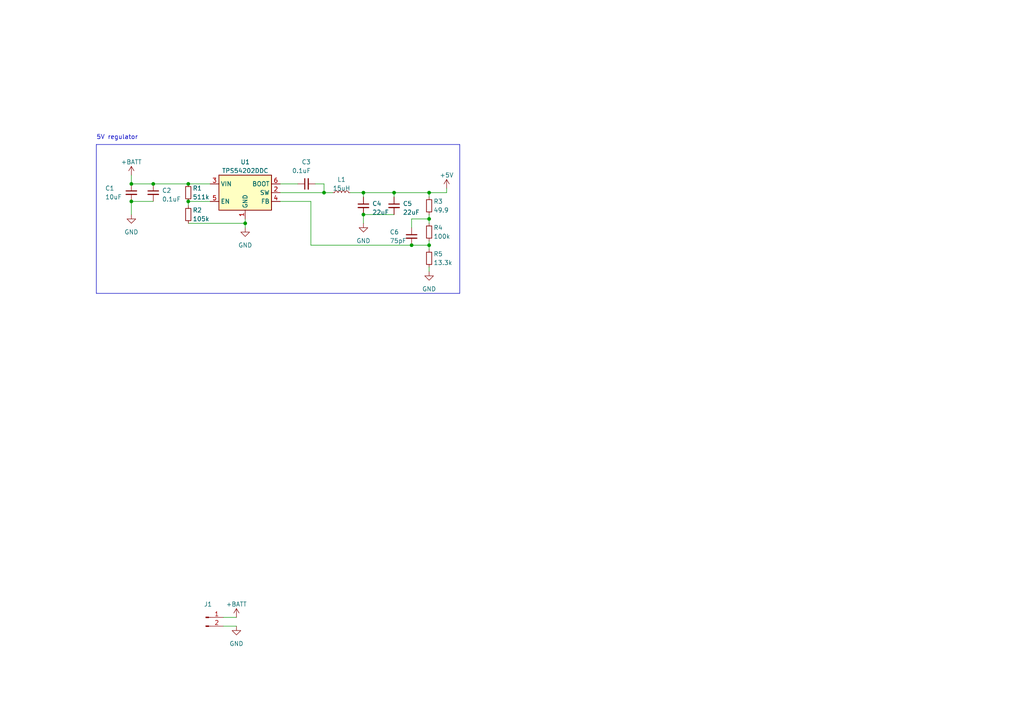
<source format=kicad_sch>
(kicad_sch (version 20230121) (generator eeschema)
  (paper "A4")
  (lib_symbols
    (symbol "Connector:Conn_01x02_Pin" (pin_names (offset 1.016) hide)
      (property "Reference" "J" (at 0 2.54 0))
      (property "Value" "Conn_01x02_Pin" (at 0 -5.08 0))
      (symbol "Conn_01x02_Pin_1_1"
        (polyline (pts (xy 1.27 -2.54) (xy 0.8636 -2.54)) (stroke (width 0.1524)))
        (polyline (pts (xy 1.27 0) (xy 0.8636 0)) (stroke (width 0.1524)))
        (rectangle (start 0.8636 -2.413) (end 0 -2.667) (stroke (width 0.1524)) (fill (type outline)))
        (rectangle (start 0.8636 0.127) (end 0 -0.127) (stroke (width 0.1524)) (fill (type outline)))
        (pin passive line (at 5.08 0 180) (length 3.81) (name "Pin_1") (number "1"))
        (pin passive line (at 5.08 -2.54 180) (length 3.81) (name "Pin_2") (number "2"))
      )
    )
    (symbol "Device:C_Small" (pin_numbers hide) (pin_names (offset 0.254) hide)
      (property "Reference" "C" (at 0.254 1.778 0))
      (property "Value" "C_Small" (at 0.254 -2.032 0))
      (symbol "C_Small_0_1"
        (polyline (pts (xy -1.524 -0.508) (xy 1.524 -0.508)) (stroke (width 0.3302)))
        (polyline (pts (xy -1.524 0.508) (xy 1.524 0.508)) (stroke (width 0.3048)))
      )
      (symbol "C_Small_1_1"
        (pin passive line (at 0 2.54 270) (length 2.032) (name "~") (number "1"))
        (pin passive line (at 0 -2.54 90) (length 2.032) (name "~") (number "2"))
      )
    )
    (symbol "Device:L_Small" (pin_numbers hide) (pin_names (offset 0.254) hide)
      (property "Reference" "L" (at 0.762 1.016 0))
      (property "Value" "L_Small" (at 0.762 -1.016 0))
      (symbol "L_Small_0_1"
        (arc (start 0 -2.032) (mid 0.5058 -1.524) (end 0 -1.016))
        (arc (start 0 -1.016) (mid 0.5058 -0.508) (end 0 0))
        (arc (start 0 0) (mid 0.5058 0.508) (end 0 1.016))
        (arc (start 0 1.016) (mid 0.5058 1.524) (end 0 2.032))
      )
      (symbol "L_Small_1_1"
        (pin passive line (at 0 2.54 270) (length 0.508) (name "~") (number "1"))
        (pin passive line (at 0 -2.54 90) (length 0.508) (name "~") (number "2"))
      )
    )
    (symbol "Device:R_Small" (pin_numbers hide) (pin_names (offset 0.254) hide)
      (property "Reference" "R" (at 0.762 0.508 0))
      (property "Value" "R_Small" (at 0.762 -1.016 0))
      (symbol "R_Small_0_1"
        (rectangle (start -0.762 1.778) (end 0.762 -1.778) (stroke (width 0.2032)))
      )
      (symbol "R_Small_1_1"
        (pin passive line (at 0 2.54 270) (length 0.762) (name "~") (number "1"))
        (pin passive line (at 0 -2.54 90) (length 0.762) (name "~") (number "2"))
      )
    )
    (symbol "Regulator_Switching:TPS54202DDC"
      (property "Reference" "U" (at -7.62 6.35 0))
      (property "Value" "TPS54202DDC" (at 0 6.35 0))
      (symbol "TPS54202DDC_0_1"
        (rectangle (start -7.62 5.08) (end 7.62 -5.08) (stroke (width 0.254)) (fill (type background)))
      )
      (symbol "TPS54202DDC_1_1"
        (pin power_in line (at 0 -7.62 90) (length 2.54) (name "GND") (number "1"))
        (pin power_out line (at 10.16 0 180) (length 2.54) (name "SW") (number "2"))
        (pin power_in line (at -10.16 2.54 0) (length 2.54) (name "VIN") (number "3"))
        (pin input line (at 10.16 -2.54 180) (length 2.54) (name "FB") (number "4"))
        (pin input line (at -10.16 -2.54 0) (length 2.54) (name "EN") (number "5"))
        (pin passive line (at 10.16 2.54 180) (length 2.54) (name "BOOT") (number "6"))
      )
    )
    (symbol "power:+5V" (power) (pin_names (offset 0))
      (property "Value" "+5V" (at 0 3.556 0))
      (symbol "+5V_0_1"
        (polyline (pts (xy -0.762 1.27) (xy 0 2.54)))
        (polyline (pts (xy 0 0) (xy 0 2.54)))
        (polyline (pts (xy 0 2.54) (xy 0.762 1.27)))
      )
      (symbol "+5V_1_1"
        (pin power_in line (at 0 0 90) (length 0) hide (name "+5V") (number "1"))
      )
    )
    (symbol "power:+BATT" (power) (pin_names (offset 0))
      (property "Value" "+BATT" (at 0 3.556 0))
      (symbol "+BATT_0_1"
        (polyline (pts (xy -0.762 1.27) (xy 0 2.54)))
        (polyline (pts (xy 0 0) (xy 0 2.54)))
        (polyline (pts (xy 0 2.54) (xy 0.762 1.27)))
      )
      (symbol "+BATT_1_1"
        (pin power_in line (at 0 0 90) (length 0) hide (name "+BATT") (number "1"))
      )
    )
    (symbol "power:GND" (power) (pin_names (offset 0))
      (property "Value" "GND" (at 0 -3.81 0))
      (symbol "GND_0_1"
        (polyline (pts (xy 0 0) (xy 0 -1.27) (xy 1.27 -1.27) (xy 0 -2.54) (xy -1.27 -1.27) (xy 0 -1.27)))
      )
      (symbol "GND_1_1"
        (pin power_in line (at 0 0 270) (length 0) hide (name "GND") (number "1"))
      )
    )
  )
  (junction (at 105.41 62.23))
  (junction (at 44.45 53.34))
  (junction (at 71.12 64.77))
  (junction (at 54.61 53.34))
  (junction (at 124.46 63.5))
  (junction (at 54.61 58.42))
  (junction (at 124.46 55.88))
  (junction (at 114.3 55.88))
  (junction (at 124.46 71.12))
  (junction (at 38.1 53.34))
  (junction (at 93.98 55.88))
  (junction (at 105.41 55.88))
  (junction (at 119.38 71.12))
  (junction (at 38.1 58.42))
  (polyline (pts (xy 27.94 41.91) (xy 133.35 41.91)))
  (wire (pts (xy 54.61 58.42) (xy 54.61 59.69)))
  (wire (pts (xy 93.98 55.88) (xy 96.52 55.88)))
  (wire (pts (xy 81.28 58.42) (xy 90.17 58.42)))
  (wire (pts (xy 124.46 63.5) (xy 124.46 64.77)))
  (polyline (pts (xy 27.94 41.91) (xy 27.94 85.09)))
  (wire (pts (xy 90.17 71.12) (xy 119.38 71.12)))
  (wire (pts (xy 105.41 62.23) (xy 114.3 62.23)))
  (wire (pts (xy 38.1 58.42) (xy 44.45 58.42)))
  (wire (pts (xy 129.54 54.61) (xy 129.54 55.88)))
  (wire (pts (xy 124.46 71.12) (xy 124.46 69.85)))
  (polyline (pts (xy 133.35 41.91) (xy 133.35 85.09)))
  (polyline (pts (xy 133.35 85.09) (xy 27.94 85.09)))
  (wire (pts (xy 90.17 58.42) (xy 90.17 71.12)))
  (wire (pts (xy 38.1 50.8) (xy 38.1 53.34)))
  (wire (pts (xy 38.1 53.34) (xy 44.45 53.34)))
  (wire (pts (xy 54.61 53.34) (xy 60.96 53.34)))
  (wire (pts (xy 124.46 77.47) (xy 124.46 78.74)))
  (wire (pts (xy 93.98 53.34) (xy 91.44 53.34)))
  (wire (pts (xy 105.41 55.88) (xy 114.3 55.88)))
  (wire (pts (xy 105.41 55.88) (xy 105.41 57.15)))
  (wire (pts (xy 105.41 62.23) (xy 105.41 64.77)))
  (wire (pts (xy 81.28 53.34) (xy 86.36 53.34)))
  (wire (pts (xy 114.3 55.88) (xy 124.46 55.88)))
  (wire (pts (xy 71.12 63.5) (xy 71.12 64.77)))
  (wire (pts (xy 119.38 63.5) (xy 124.46 63.5)))
  (wire (pts (xy 124.46 55.88) (xy 124.46 57.15)))
  (wire (pts (xy 71.12 64.77) (xy 71.12 66.04)))
  (wire (pts (xy 124.46 71.12) (xy 124.46 72.39)))
  (wire (pts (xy 119.38 66.04) (xy 119.38 63.5)))
  (wire (pts (xy 44.45 53.34) (xy 54.61 53.34)))
  (wire (pts (xy 54.61 58.42) (xy 60.96 58.42)))
  (wire (pts (xy 81.28 55.88) (xy 93.98 55.88)))
  (wire (pts (xy 124.46 62.23) (xy 124.46 63.5)))
  (wire (pts (xy 54.61 64.77) (xy 71.12 64.77)))
  (wire (pts (xy 129.54 55.88) (xy 124.46 55.88)))
  (wire (pts (xy 119.38 71.12) (xy 124.46 71.12)))
  (wire (pts (xy 101.6 55.88) (xy 105.41 55.88)))
  (wire (pts (xy 38.1 58.42) (xy 38.1 62.23)))
  (wire (pts (xy 114.3 57.15) (xy 114.3 55.88)))
  (wire (pts (xy 93.98 55.88) (xy 93.98 53.34)))
  (wire (pts (xy 64.77 179.07) (xy 68.58 179.07)))
  (wire (pts (xy 64.77 181.61) (xy 68.58 181.61)))
  (text "5V regulator" (at 27.94 40.64 0) (effects (font (size 1.27 1.27)) (justify left bottom)))
  (symbol (lib_id "Device:R_Small") (at 54.61 55.88 0) (unit 1)
    (property "Reference" "R1" (at 55.88 54.61 0) (effects (justify left)))
    (property "Value" "511k" (at 55.88 57.15 0) (effects (justify left)))
  )
  (symbol (lib_id "Device:R_Small") (at 124.46 74.93 0) (unit 1)
    (property "Reference" "R5" (at 125.73 73.66 0) (effects (justify left)))
    (property "Value" "13.3k" (at 125.73 76.2 0) (effects (justify left)))
  )
  (symbol (lib_id "power:GND") (at 71.12 66.04 0) (unit 1)
    (property "Reference" "#PWR05" (effects hide))
    (property "Value" "GND" (at 71.12 71.12 0))
  )
  (symbol (lib_id "Device:R_Small") (at 124.46 59.69 0) (unit 1)
    (property "Reference" "R3" (at 125.73 58.42 0) (effects (justify left)))
    (property "Value" "49.9" (at 125.73 60.96 0) (effects (justify left)))
  )
  (symbol (lib_id "power:+BATT") (at 38.1 50.8 0) (unit 1)
    (property "Reference" "#PWR03" (effects hide))
    (property "Value" "+BATT" (at 38.1 46.99 0))
  )
  (symbol (lib_id "Device:C_Small") (at 38.1 55.88 0) (unit 1)
    (property "Reference" "C1" (at 30.48 54.61 0) (effects (justify left)))
    (property "Value" "10uF" (at 30.48 57.15 0) (effects (justify left)))
  )
  (symbol (lib_id "Device:C_Small") (at 88.9 53.34 90) (unit 1)
    (property "Reference" "C3" (at 90.17 46.99 90) (effects (justify left)))
    (property "Value" "0.1uF" (at 90.17 49.53 90) (effects (justify left)))
  )
  (symbol (lib_id "power:GND") (at 68.58 181.61 0) (unit 1)
    (property "Reference" "#PWR02" (effects hide))
    (property "Value" "GND" (at 68.58 186.69 0))
  )
  (symbol (lib_id "Device:R_Small") (at 54.61 62.23 0) (unit 1)
    (property "Reference" "R2" (at 55.88 60.96 0) (effects (justify left)))
    (property "Value" "105k" (at 55.88 63.5 0) (effects (justify left)))
  )
  (symbol (lib_id "Device:R_Small") (at 124.46 67.31 0) (unit 1)
    (property "Reference" "R4" (at 125.73 66.04 0) (effects (justify left)))
    (property "Value" "100k" (at 125.73 68.58 0) (effects (justify left)))
  )
  (symbol (lib_id "Connector:Conn_01x02_Pin") (at 59.69 179.07 0) (unit 1)
    (property "Reference" "J1" (at 60.325 175.26 0))
    (property "Value" "Conn_01x02_Pin" (effects hide))
  )
  (symbol (lib_id "Device:C_Small") (at 114.3 59.69 0) (unit 1)
    (property "Reference" "C5" (at 116.84 59.0613 0) (effects (justify left)))
    (property "Value" "22uF" (at 116.84 61.6013 0) (effects (justify left)))
  )
  (symbol (lib_id "Regulator_Switching:TPS54202DDC") (at 71.12 55.88 0) (unit 1)
    (property "Reference" "U1" (at 71.12 46.99 0))
    (property "Value" "TPS54202DDC" (at 71.12 49.53 0))
    (property "Footprint" "Package_TO_SOT_SMD:SOT-23-6" (effects hide))
    (property "Datasheet" "http://www.ti.com/lit/ds/symlink/tps54202.pdf" (effects hide))
  )
  (symbol (lib_id "power:GND") (at 124.46 78.74 0) (unit 1)
    (property "Reference" "#PWR07" (effects hide))
    (property "Value" "GND" (at 124.46 83.82 0))
  )
  (symbol (lib_id "power:GND") (at 38.1 62.23 0) (unit 1)
    (property "Reference" "#PWR04" (effects hide))
    (property "Value" "GND" (at 38.1 67.31 0))
  )
  (symbol (lib_id "power:+5V") (at 129.54 54.61 0) (unit 1)
    (property "Reference" "#PWR08" (effects hide))
    (property "Value" "+5V" (at 129.54 50.8 0))
  )
  (symbol (lib_id "power:+BATT") (at 68.58 179.07 0) (unit 1)
    (property "Reference" "#PWR01" (effects hide))
    (property "Value" "+BATT" (at 68.58 175.26 0))
  )
  (symbol (lib_id "Device:C_Small") (at 119.38 68.58 0) (unit 1)
    (property "Reference" "C6" (at 113.03 67.31 0) (effects (justify left)))
    (property "Value" "75pF" (at 113.03 69.85 0) (effects (justify left)))
  )
  (symbol (lib_id "power:GND") (at 105.41 64.77 0) (unit 1)
    (property "Reference" "#PWR06" (effects hide))
    (property "Value" "GND" (at 105.41 69.85 0))
  )
  (symbol (lib_id "Device:C_Small") (at 44.45 55.88 0) (unit 1)
    (property "Reference" "C2" (at 46.99 55.2513 0) (effects (justify left)))
    (property "Value" "0.1uF" (at 46.99 57.7913 0) (effects (justify left)))
  )
  (symbol (lib_id "Device:C_Small") (at 105.41 59.69 0) (unit 1)
    (property "Reference" "C4" (at 107.95 59.0613 0) (effects (justify left)))
    (property "Value" "22uF" (at 107.95 61.6013 0) (effects (justify left)))
  )
  (symbol (lib_id "Device:L_Small") (at 99.06 55.88 90) (unit 1)
    (property "Reference" "L1" (at 99.06 52.07 90))
    (property "Value" "15uH" (at 99.06 54.61 90))
  )
)
</source>
